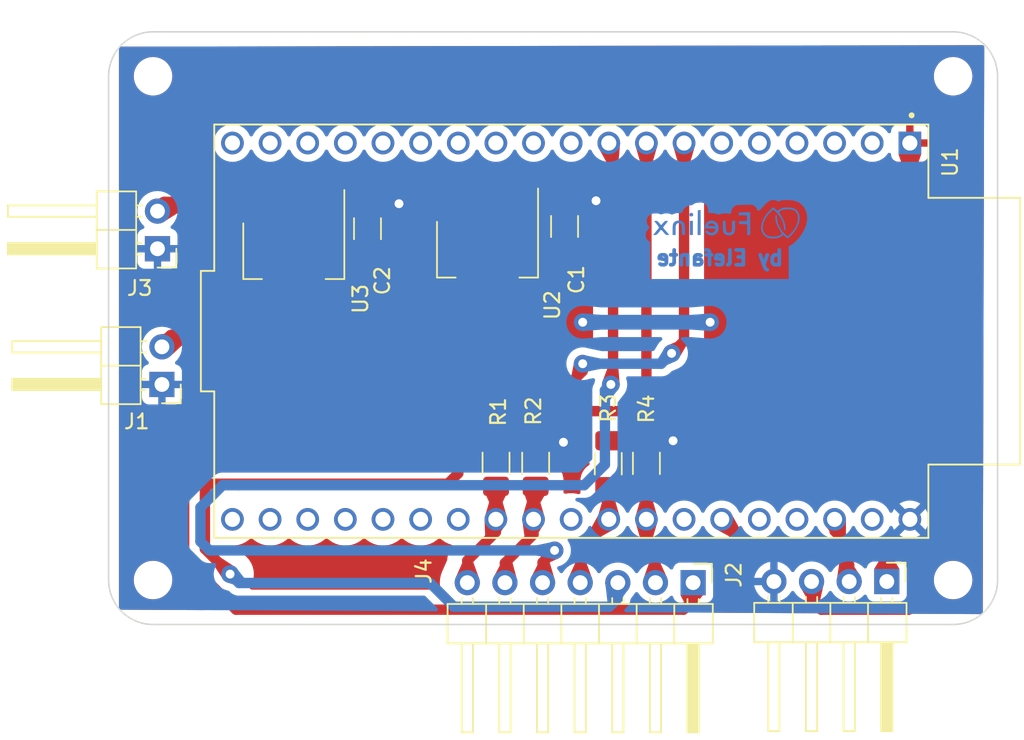
<source format=kicad_pcb>
(kicad_pcb (version 20221018) (generator pcbnew)
  (title_block (title "Keypad Reader") (date "2023-11-08") (rev "v0") (company "Elefante"))
  (layers (0 "F.Cu" signal) (31 "B.Cu" signal) (34 "B.Paste" user) (35 "F.Paste" user) (36 "B.SilkS" user "B.Silkscreen") (37 "F.SilkS" user "F.Silkscreen") (38 "B.Mask" user) (39 "F.Mask" user) (44 "Edge.Cuts" user))
  (net 0 "")
  (net 1 "+3V3")
  (net 2 "GND")
  (net 3 "Net-(J1-Pin_2)")
  (net 4 "SDA")
  (net 5 "SCL")
  (net 6 "+5V")
  (net 7 "K1")
  (net 8 "K2")
  (net 9 "K4")
  (net 10 "K6")
  (net 11 "K3")
  (net 12 "K5")
  (net 13 "K7")
  (footprint "Connector_PinHeader_2.54mm:PinHeader_1x02_P2.54mm_Horizontal" (layer "F.Cu") (at 84.5 59 180)
    (fp_text reference "J1" (at 1.7 -2.5) (layer "F.SilkS"))
    (fp_text value "Conn_01x02_Pin")
    (pad "1" thru_hole rect (at 0 0 180) (size 1.7 1.7) (drill 1) (layers "*.Cu" "*.Mask") (net 2 "GND"))
    (pad "2" thru_hole oval (at 0 2.54 180) (size 1.7 1.7) (drill 1) (layers "*.Cu" "*.Mask") (net 3 "Net-(J1-Pin_2)"))
  )
  (footprint "Resistor_SMD:R_1206_3216Metric_Pad1.30x1.75mm_HandSolder" (layer "F.Cu") (at 117.2 64.325 90)
    (fp_text reference "R4" (at 3.675 0 90) (layer "F.SilkS"))
    (fp_text value "10K")
    (pad "1" smd roundrect (at -1.55 0 90) (size 1.3 1.75) (layers "F.Cu" "F.Paste" "F.Mask") (roundrect_rratio 0.1923076923) (net 10 "K6"))
    (pad "2" smd roundrect (at 1.55 0 90) (size 1.3 1.75) (layers "F.Cu" "F.Paste" "F.Mask") (roundrect_rratio 0.1923076923) (net 2 "GND"))
  )
  (footprint "MountingHole:MountingHole_2.1mm" (layer "F.Cu") (at 83.9 72.2 -90)
    (fp_text reference "H2" hide)
    (fp_text value "MountingHole")
    (pad "" np_thru_hole circle (at 0 0 270) (size 2.1 2.1) (drill 2.1) (layers "*.Cu" "*.Mask"))
  )
  (footprint "MountingHole:MountingHole_2.1mm" (layer "F.Cu") (at 83.9 38.2 -90)
    (fp_text reference "H4" hide)
    (fp_text value "MountingHole")
    (pad "" np_thru_hole circle (at 0 0 270) (size 2.1 2.1) (drill 2.1) (layers "*.Cu" "*.Mask"))
  )
  (footprint "Capacitor_SMD:C_1206_3216Metric_Pad1.33x1.80mm_HandSolder" (layer "F.Cu") (at 98.375 48.4875 90)
    (fp_text reference "C2" (at -3.5125 1 90) (layer "F.SilkS"))
    (fp_text value "1uF")
    (pad "1" smd roundrect (at -1.5625 0 90) (size 1.325 1.8) (layers "F.Cu" "F.Paste" "F.Mask") (roundrect_rratio 0.1886792453) (net 3 "Net-(J1-Pin_2)"))
    (pad "2" smd roundrect (at 1.5625 0 90) (size 1.325 1.8) (layers "F.Cu" "F.Paste" "F.Mask") (roundrect_rratio 0.1886792453) (net 2 "GND"))
  )
  (footprint "logo:fuellinx" (layer "F.Cu") (at 127.9 58.4)
    (fp_text reference "G***" hide)
    (fp_text value "LOGO" hide)
    (fp_poly (pts (xy 1.907182 -0.721946) (xy 2.001741 -0.712829) (xy 2.009461 0.123654) (xy 2.017181 0.960137) (xy 1.914902 0.960137) (xy 1.812623 0.960137) (xy 1.812623 0.114537) (xy 1.812623 -0.731064)) (fill solid) (layer "F.Cu"))
    (fp_poly (pts (xy 2.54 0.480069) (xy 2.54 0.960137) (xy 2.438167 0.960137) (xy 2.336334 0.960137) (xy 2.336334 0.480069) (xy 2.336334 0) (xy 2.438167 0) (xy 2.54 0)) (fill solid) (layer "F.Cu"))
    (fp_poly (pts (xy 2.538242 -0.500214) (xy 2.565493 -0.4269) (xy 2.551434 -0.336973) (xy 2.511165 -0.302078) (xy 2.443526 -0.292078) (xy 2.373898 -0.307296) (xy 2.336648 -0.334215) (xy 2.314179 -0.399973) (xy 2.329168 -0.473851) (xy 2.374063 -0.528782) (xy 2.393493 -0.537931) (xy 2.477748 -0.541246)) (fill solid) (layer "F.Cu"))
    (fp_poly (pts (xy -1.147801 -0.575472) (xy -0.762291 -0.567354) (xy -0.753254 -0.47387) (xy -0.744217 -0.380386) (xy -1.029658 -0.372037) (xy -1.315098 -0.363688) (xy -1.315098 -0.17457) (xy -1.315098 0.014548) (xy -1.044208 0.022936) (xy -0.773318 0.031325) (xy -0.782352 0.124769) (xy -0.791386 0.218213) (xy -1.060516 0.226579) (xy -1.329645 0.234944) (xy -1.329645 0.597541) (xy -1.329645 0.960137) (xy -1.431478 0.960137) (xy -1.533311 0.960137) (xy -1.533311 0.188274) (xy -1.533311 -0.58359)) (fill solid) (layer "F.Cu"))
    (fp_poly (pts (xy 0.223725 0.005733) (xy 0.314226 0.014548) (xy 0.314226 0.349141) (xy 0.309497 0.547735) (xy 0.295448 0.693107) (xy 0.273692 0.779827) (xy 0.203365 0.876915) (xy 0.095057 0.945525) (xy -0.036346 0.981495) (xy -0.175959 0.98066) (xy -0.303863 0.941381) (xy -0.385247 0.891609) (xy -0.443421 0.828602) (xy -0.481898 0.742567) (xy -0.504192 0.62371) (xy -0.513817 0.462239) (xy -0.514983 0.35298) (xy -0.514983 0) (xy -0.41315 0) (xy -0.311318 0) (xy -0.311318 0.33067) (xy -0.310124 0.478462) (xy -0.305306 0.58062) (xy -0.295009 0.649673) (xy -0.277378 0.698151) (xy -0.251016 0.738001) (xy -0.172018 0.798407) (xy -0.076944 0.815642) (xy 0.013808 0.788436) (xy 0.052007 0.756874) (xy 0.075704 0.720019) (xy 0.092797 0.663289) (xy 0.105029 0.576013) (xy 0.114142 0.447518) (xy 0.118764 0.348002) (xy 0.133223 -0.003082)) (fill solid) (layer "F.Cu"))
    (fp_poly (pts (xy 3.354592 -0.019611) (xy 3.500697 0.029381) (xy 3.578366 0.076511) (xy 3.633759 0.132855) (xy 3.670432 0.208571) (xy 3.691942 0.313821) (xy 3.701845 0.458766) (xy 3.703803 0.609552) (xy 3.703803 0.960137) (xy 3.60197 0.960137) (xy 3.500137 0.960137) (xy 3.500137 0.624222) (xy 3.499467 0.479006) (xy 3.495975 0.379743) (xy 3.487435 0.314201) (xy 3.471622 0.270145) (xy 3.446313 0.235342) (xy 3.425471 0.213639) (xy 3.360507 0.162643) (xy 3.294797 0.152016) (xy 3.258564 0.157421) (xy 3.191521 0.174816) (xy 3.144753 0.202087) (xy 3.114416 0.248944) (xy 3.096668 0.325095) (xy 3.087666 0.440249) (xy 3.083641 0.599379) (xy 3.078258 0.94559) (xy 2.983499 0.954722) (xy 2.904824 0.949763) (xy 2.871183 0.9181) (xy 2.86492 0.871324) (xy 2.861728 0.780667) (xy 2.861877 0.66037) (xy 2.86438 0.558134) (xy 2.874153 0.386135) (xy 2.892938 0.260352) (xy 2.92537 0.168975) (xy 2.976086 0.100195) (xy 3.049722 0.042201) (xy 3.072566 0.027815) (xy 3.205796 -0.020816)) (fill solid) (layer "F.Cu"))
    (fp_poly (pts (xy 1.256611 0.016176) (xy 1.317314 0.043285) (xy 1.393881 0.108603) (xy 1.461313 0.210168) (xy 1.507694 0.3261) (xy 1.521672 0.418566) (xy 1.521672 0.523711) (xy 1.17738 0.523711) (xy 1.0415 0.525113) (xy 0.927803 0.528925) (xy 0.848396 0.534563) (xy 0.815549 0.541251) (xy 0.811691 0.578344) (xy 0.825641 0.631464) (xy 0.891491 0.734171) (xy 0.986658 0.796471) (xy 1.096637 0.815411) (xy 1.206921 0.788034) (xy 1.290116 0.726088) (xy 1.346467 0.671439) (xy 1.386805 0.655233) (xy 1.431542 0.670533) (xy 1.439991 0.675171) (xy 1.493385 0.704944) (xy 1.51696 0.717816) (xy 1.508012 0.741642) (xy 1.473519 0.794545) (xy 1.46159 0.810998) (xy 1.361251 0.901839) (xy 1.227653 0.961634) (xy 1.079283 0.985958) (xy 0.934622 0.97039) (xy 0.878542 0.950501) (xy 0.745464 0.86108) (xy 0.651258 0.73533) (xy 0.599846 0.583443) (xy 0.595146 0.415612) (xy 0.612649 0.33755) (xy 0.831048 0.33755) (xy 0.83202 0.339713) (xy 0.865816 0.350652) (xy 0.938849 0.355623) (xy 1.0347 0.355366) (xy 1.136947 0.350619) (xy 1.229172 0.342123) (xy 1.294953 0.330616) (xy 1.318006 0.31783) (xy 1.299299 0.279422) (xy 1.259816 0.232761) (xy 1.174646 0.184516) (xy 1.067263 0.171983) (xy 0.960794 0.194398) (xy 0.883604 0.245154) (xy 0.842523 0.299485) (xy 0.831048 0.33755) (xy 0.612649 0.33755) (xy 0.623755 0.288019) (xy 0.697103 0.15233) (xy 0.807657 0.053563) (xy 0.944823 -0.004544) (xy 1.098006 -0.018252)) (fill solid) (layer "F.Cu"))
    (fp_poly (pts (xy 4.186473 0.007252) (xy 4.241591 0.035903) (xy 4.305352 0.096296) (xy 4.349554 0.146414) (xy 4.474822 0.292827) (xy 4.605988 0.144238) (xy 4.679773 0.064456) (xy 4.733405 0.020929) (xy 4.782849 0.004291) (xy 4.843197 0.005098) (xy 4.949239 0.014548) (xy 4.776354 0.228405) (xy 4.687865 0.344715) (xy 4.637428 0.427129) (xy 4.626855 0.472615) (xy 4.628544 0.475713) (xy 4.656751 0.511725) (xy 4.712253 0.581418) (xy 4.785793 0.673195) (xy 4.835219 0.734651) (xy 5.016819 0.960137) (xy 4.902142 0.960137) (xy 4.835256 0.955102) (xy 4.781808 0.933086) (xy 4.724965 0.883719) (xy 4.660239 0.811143) (xy 4.594246 0.731874) (xy 4.544902 0.668892) (xy 4.523314 0.636573) (xy 4.497224 0.612754) (xy 4.450724 0.632473) (xy 4.380473 0.698013) (xy 4.303178 0.787092) (xy 4.227491 0.875743) (xy 4.172453 0.927639) (xy 4.123631 0.952454) (xy 4.066597 0.959863) (xy 4.045034 0.960137) (xy 3.973256 0.957698) (xy 3.949222 0.945759) (xy 3.962543 0.917389) (xy 3.968707 0.909221) (xy 4.005304 0.864522) (xy 4.068657 0.789708) (xy 4.147173 0.698428) (xy 4.175936 0.665293) (xy 4.251175 0.576489) (xy 4.308991 0.503792) (xy 4.340573 0.458479) (xy 4.343894 0.450318) (xy 4.326619 0.419307) (xy 4.280501 0.355356) (xy 4.214098 0.270102) (xy 4.183871 0.232761) (xy 4.111842 0.142718) (xy 4.056635 0.069895) (xy 4.026781 0.025707) (xy 4.023848 0.018582) (xy 4.049425 0.006216) (xy 4.112181 0.000131) (xy 4.124067 0)) (fill solid) (layer "F.Cu"))
    (fp_poly (pts (xy -3.044758 -0.880835) (xy -2.977074 -0.823941) (xy -2.891222 -0.740926) (xy -2.796291 -0.641453) (xy -2.701369 -0.535185) (xy -2.615545 -0.431783) (xy -2.547905 -0.340911) (xy -2.526773 -0.308257) (xy -2.390737 -0.049295) (xy -2.304396 0.194717) (xy -2.26786 0.420974) (xy -2.281234 0.626674) (xy -2.344628 0.809011) (xy -2.458148 0.965182) (xy -2.477143 0.98394) (xy -2.60419 1.084816) (xy -2.741602 1.149757) (xy -2.902944 1.182888) (xy -3.101777 1.188337) (xy -3.143314 1.186662) (xy -3.327747 1.170293) (xy -3.471445 1.138179) (xy -3.590897 1.085145) (xy -3.692436 1.014332) (xy -3.771264 0.950544) (xy -3.902725 1.071721) (xy -3.975364 1.135529) (xy -4.031813 1.179376) (xy -4.056658 1.192759) (xy -4.089568 1.174522) (xy -4.147668 1.128373) (xy -4.181583 1.0982) (xy -4.397416 0.87608) (xy -4.57609 0.644271) (xy -4.715324 0.408603) (xy -4.812838 0.174909) (xy -4.866353 -0.050982) (xy -4.870585 -0.175127) (xy -4.762792 -0.175127) (xy -4.742011 0.026195) (xy -4.679949 0.237568) (xy -4.577938 0.452792) (xy -4.437307 0.665669) (xy -4.259386 0.869998) (xy -4.230287 0.898825) (xy -4.068892 1.055726) (xy -3.951871 0.963043) (xy -3.776453 0.79706) (xy -3.621366 0.598057) (xy -3.493466 0.378933) (xy -3.39961 0.152585) (xy -3.346656 -0.068088) (xy -3.337368 -0.192829) (xy -3.328296 -0.301961) (xy -3.303129 -0.368652) (xy -3.295623 -0.376526) (xy -3.268594 -0.388841) (xy -3.250786 -0.363332) (xy -3.235951 -0.290285) (xy -3.23465 -0.281726) (xy -3.23293 -0.10361) (xy -3.274127 0.099948) (xy -3.354832 0.319176) (xy -3.471638 0.544302) (xy -3.580913 0.711181) (xy -3.640836 0.803437) (xy -3.658847 0.867013) (xy -3.63215 0.916311) (xy -3.557951 0.965733) (xy -3.528443 0.981471) (xy -3.421092 1.028835) (xy -3.310404 1.056362) (xy -3.177526 1.067251) (xy -3.031707 1.065769) (xy -2.853531 1.050056) (xy -2.723983 1.017599) (xy -2.697114 1.005599) (xy -2.553493 0.902858) (xy -2.453249 0.767613) (xy -2.395841 0.605536) (xy -2.380731 0.4223) (xy -2.407381 0.22358) (xy -2.47525 0.015049) (xy -2.5838 -0.19762) (xy -2.732492 -0.408753) (xy -2.843494 -0.535229) (xy -2.93381 -0.626862) (xy -3.012116 -0.699986) (xy -3.068429 -0.74564) (xy -3.089897 -0.756472) (xy -3.12401 -0.736491) (xy -3.187257 -0.682577) (xy -3.26954 -0.603773) (xy -3.332707 -0.539013) (xy -3.510658 -0.324511) (xy -3.650545 -0.098896) (xy -3.747737 0.128231) (xy -3.797601 0.347269) (xy -3.803337 0.436426) (xy -3.813077 0.529539) (xy -3.835974 0.605081) (xy -3.845843 0.621846) (xy -3.876496 0.656214) (xy -3.893558 0.643889) (xy -3.906842 0.597713) (xy -3.918319 0.458171) (xy -3.89517 0.286914) (xy -3.841138 0.095976) (xy -3.759962 -0.102604) (xy -3.655383 -0.296793) (xy -3.604315 -0.375706) (xy -3.535535 -0.483003) (xy -3.501686 -0.554925) (xy -3.499166 -0.599705) (xy -3.502926 -0.607492) (xy -3.578473 -0.678031) (xy -3.696687 -0.731127) (xy -3.844535 -0.766176) (xy -4.008984 -0.782571) (xy -4.177 -0.779708) (xy -4.335549 -0.75698) (xy -4.471598 -0.713782) (xy -4.56415 -0.656798) (xy -4.675192 -0.522823) (xy -4.740963 -0.360199) (xy -4.762792 -0.175127) (xy -4.870585 -0.175127) (xy -4.873589 -0.263238) (xy -4.832265 -0.456028) (xy -4.810073 -0.509164) (xy -4.721191 -0.659222) (xy -4.61094 -0.76939) (xy -4.471485 -0.843731) (xy -4.294994 -0.886311) (xy -4.073633 -0.901194) (xy -4.05426 -0.901308) (xy -3.913133 -0.899709) (xy -3.812187 -0.892129) (xy -3.733484 -0.87551) (xy -3.65909 -0.846795) (xy -3.617834 -0.826912) (xy -3.525901 -0.777476) (xy -3.449961 -0.73079) (xy -3.419055 -0.707685) (xy -3.387565 -0.686754) (xy -3.354303 -0.691257) (xy -3.305565 -0.72713) (xy -3.245897 -0.782721) (xy -3.173235 -0.846958) (xy -3.113149 -0.890243) (xy -3.085187 -0.901947)) (fill solid) (layer "F.Cu"))
  )
  (footprint "Connector_PinHeader_2.54mm:PinHeader_1x04_P2.54mm_Horizontal" (layer "F.Cu") (at 133.425 72.3 -90)
    (fp_text reference "J2" (at -0.45 10.325 90) (layer "F.SilkS"))
    (fp_text value "Conn_01x04_Pin")
    (pad "1" thru_hole rect (at 0 0 270) (size 1.7 1.7) (drill 1) (layers "*.Cu" "*.Mask") (net 5 "SCL"))
    (pad "2" thru_hole oval (at 0 2.54 270) (size 1.7 1.7) (drill 1) (layers "*.Cu" "*.Mask") (net 4 "SDA"))
    (pad "3" thru_hole oval (at 0 5.08 270) (size 1.7 1.7) (drill 1) (layers "*.Cu" "*.Mask") (net 1 "+3V3"))
    (pad "4" thru_hole oval (at 0 7.62 270) (size 1.7 1.7) (drill 1) (layers "*.Cu" "*.Mask") (net 2 "GND"))
  )
  (footprint "Connector_PinHeader_2.54mm:PinHeader_1x02_P2.54mm_Horizontal" (layer "F.Cu") (at 84.2 49.84 180)
    (fp_text reference "J3" (at 1.2 -2.66) (layer "F.SilkS"))
    (fp_text value "Conn_01x02_Pin")
    (pad "1" thru_hole rect (at 0 0 180) (size 1.7 1.7) (drill 1) (layers "*.Cu" "*.Mask") (net 2 "GND"))
    (pad "2" thru_hole oval (at 0 2.54 180) (size 1.7 1.7) (drill 1) (layers "*.Cu" "*.Mask") (net 6 "+5V"))
  )
  (footprint "esp32devkit:MODULE_ESP32-DEVKITC" (layer "F.Cu") (at 112.13 55.405 -90)
    (fp_text reference "U1" (at -11.405 -25.57 90) (layer "F.SilkS"))
    (fp_text value "ESP32-DEVKITC")
    (pad "1" thru_hole rect (at -12.7 -22.85 270) (size 1.53 1.53) (drill 1.02) (layers "*.Cu" "*.Mask") (net 1 "+3V3"))
    (pad "2" thru_hole circle (at -12.7 -20.31 270) (size 1.53 1.53) (drill 1.02) (layers "*.Cu" "*.Mask"))
    (pad "3" thru_hole circle (at -12.7 -17.77 270) (size 1.53 1.53) (drill 1.02) (layers "*.Cu" "*.Mask"))
    (pad "4" thru_hole circle (at -12.7 -15.23 270) (size 1.53 1.53) (drill 1.02) (layers "*.Cu" "*.Mask"))
    (pad "5" thru_hole circle (at -12.7 -12.69 270) (size 1.53 1.53) (drill 1.02) (layers "*.Cu" "*.Mask"))
    (pad "6" thru_hole circle (at -12.7 -10.15 270) (size 1.53 1.53) (drill 1.02) (layers "*.Cu" "*.Mask"))
    (pad "7" thru_hole circle (at -12.7 -7.61 270) (size 1.53 1.53) (drill 1.02) (layers "*.Cu" "*.Mask") (net 13 "K7"))
    (pad "8" thru_hole circle (at -12.7 -5.07 270) (size 1.53 1.53) (drill 1.02) (layers "*.Cu" "*.Mask") (net 12 "K5"))
    (pad "9" thru_hole circle (at -12.7 -2.53 270) (size 1.53 1.53) (drill 1.02) (layers "*.Cu" "*.Mask") (net 11 "K3"))
    (pad "10" thru_hole circle (at -12.7 0.01 270) (size 1.53 1.53) (drill 1.02) (layers "*.Cu" "*.Mask"))
    (pad "11" thru_hole circle (at -12.7 2.55 270) (size 1.53 1.53) (drill 1.02) (layers "*.Cu" "*.Mask"))
    (pad "12" thru_hole circle (at -12.7 5.09 270) (size 1.53 1.53) (drill 1.02) (layers "*.Cu" "*.Mask"))
    (pad "13" thru_hole circle (at -12.7 7.63 270) (size 1.53 1.53) (drill 1.02) (layers "*.Cu" "*.Mask"))
    (pad "14" thru_hole circle (at -12.7 10.17 270) (size 1.53 1.53) (drill 1.02) (layers "*.Cu" "*.Mask"))
    (pad "15" thru_hole circle (at -12.7 12.71 270) (size 1.53 1.53) (drill 1.02) (layers "*.Cu" "*.Mask"))
    (pad "16" thru_hole circle (at -12.7 15.25 270) (size 1.53 1.53) (drill 1.02) (layers "*.Cu" "*.Mask"))
    (pad "17" thru_hole circle (at -12.7 17.79 270) (size 1.53 1.53) (drill 1.02) (layers "*.Cu" "*.Mask"))
    (pad "18" thru_hole circle (at -12.7 20.33 270) (size 1.53 1.53) (drill 1.02) (layers "*.Cu" "*.Mask"))
    (pad "19" thru_hole circle (at -12.7 22.87 270) (size 1.53 1.53) (drill 1.02) (layers "*.Cu" "*.Mask"))
    (pad "20" thru_hole circle (at 12.7 22.87 270) (size 1.53 1.53) (drill 1.02) (layers "*.Cu" "*.Mask"))
    (pad "21" thru_hole circle (at 12.7 20.33 270) (size 1.53 1.53) (drill 1.02) (layers "*.Cu" "*.Mask"))
    (pad "22" thru_hole circle (at 12.7 17.79 270) (size 1.53 1.53) (drill 1.02) (layers "*.Cu" "*.Mask"))
    (pad "23" thru_hole circle (at 12.7 15.25 270) (size 1.53 1.53) (drill 1.02) (layers "*.Cu" "*.Mask"))
    (pad "24" thru_hole circle (at 12.7 12.71 270) (size 1.53 1.53) (drill 1.02) (layers "*.Cu" "*.Mask"))
    (pad "25" thru_hole circle (at 12.7 10.17 270) (size 1.53 1.53) (drill 1.02) (layers "*.Cu" "*.Mask"))
    (pad "26" thru_hole circle (at 12.7 7.63 270) (size 1.53 1.53) (drill 1.02) (layers "*.Cu" "*.Mask"))
    (pad "27" thru_hole circle (at 12.7 5.09 270) (size 1.53 1.53) (drill 1.02) (layers "*.Cu" "*.Mask") (net 7 "K1"))
    (pad "28" thru_hole circle (at 12.7 2.55 270) (size 1.53 1.53) (drill 1.02) (layers "*.Cu" "*.Mask") (net 8 "K2"))
    (pad "29" thru_hole circle (at 12.7 0.01 270) (size 1.53 1.53) (drill 1.02) (layers "*.Cu" "*.Mask"))
    (pad "30" thru_hole circle (at 12.7 -2.53 270) (size 1.53 1.53) (drill 1.02) (layers "*.Cu" "*.Mask") (net 9 "K4"))
    (pad "31" thru_hole circle (at 12.7 -5.07 270) (size 1.53 1.53) (drill 1.02) (layers "*.Cu" "*.Mask") (net 10 "K6"))
    (pad "32" thru_hole circle (at 12.7 -7.61 270) (size 1.53 1.53) (drill 1.02) (layers "*.Cu" "*.Mask"))
    (pad "33" thru_hole circle (at 12.7 -10.15 270) (size 1.53 1.53) (drill 1.02) (layers "*.Cu" "*.Mask") (net 4 "SDA"))
    (pad "34" thru_hole circle (at 12.7 -12.69 270) (size 1.53 1.53) (drill 1.02) (layers "*.Cu" "*.Mask"))
    (pad "35" thru_hole circle (at 12.7 -15.23 270) (size 1.53 1.53) (drill 1.02) (layers "*.Cu" "*.Mask"))
    (pad "36" thru_hole circle (at 12.7 -17.77 270) (size 1.53 1.53) (drill 1.02) (layers "*.Cu" "*.Mask") (net 5 "SCL"))
    (pad "37" thru_hole circle (at 12.7 -20.31 270) (size 1.53 1.53) (drill 1.02) (layers "*.Cu" "*.Mask"))
    (pad "38" thru_hole circle (at 12.7 -22.85 270) (size 1.53 1.53) (drill 1.02) (layers "*.Cu" "*.Mask") (net 2 "GND"))
  )
  (footprint "Resistor_SMD:R_1206_3216Metric_Pad1.30x1.75mm_HandSolder" (layer "F.Cu") (at 107.05 64.325 90)
    (fp_text reference "R1" (at 3.475 0.15 90) (layer "F.SilkS"))
    (fp_text value "10K")
    (pad "1" smd roundrect (at -1.55 0 90) (size 1.3 1.75) (layers "F.Cu" "F.Paste" "F.Mask") (roundrect_rratio 0.1923076923) (net 7 "K1"))
    (pad "2" smd roundrect (at 1.55 0 90) (size 1.3 1.75) (layers "F.Cu" "F.Paste" "F.Mask") (roundrect_rratio 0.1923076923) (net 2 "GND"))
  )
  (footprint "Package_TO_SOT_SMD:SOT-223-3_TabPin2" (layer "F.Cu") (at 93.4 49.975 -90)
    (fp_text reference "U3" (at 3.25 -4.5 90) (layer "F.SilkS"))
    (fp_text value "AMS1117-3.3")
    (pad "1" smd rect (at -3.15 -2.3 270) (size 2 1.5) (layers "F.Cu" "F.Paste" "F.Mask") (net 2 "GND"))
    (pad "2" smd rect (at -3.15 0 270) (size 2 1.5) (layers "F.Cu" "F.Paste" "F.Mask") (net 3 "Net-(J1-Pin_2)"))
    (pad "2" smd rect (at 3.15 0 270) (size 2 3.8) (layers "F.Cu" "F.Paste" "F.Mask") (net 3 "Net-(J1-Pin_2)"))
    (pad "3" smd rect (at -3.15 2.3 270) (size 2 1.5) (layers "F.Cu" "F.Paste" "F.Mask") (net 6 "+5V"))
  )
  (footprint "Package_TO_SOT_SMD:SOT-223-3_TabPin2" (layer "F.Cu") (at 106.475 49.875 -90)
    (fp_text reference "U2" (at 3.775 -4.375 90) (layer "F.SilkS"))
    (fp_text value "AMS1117-3.3")
    (pad "1" smd rect (at -3.15 -2.3 270) (size 2 1.5) (layers "F.Cu" "F.Paste" "F.Mask") (net 2 "GND"))
    (pad "2" smd rect (at -3.15 0 270) (size 2 1.5) (layers "F.Cu" "F.Paste" "F.Mask") (net 1 "+3V3"))
    (pad "2" smd rect (at 3.15 0 270) (size 2 3.8) (layers "F.Cu" "F.Paste" "F.Mask") (net 1 "+3V3"))
    (pad "3" smd rect (at -3.15 2.3 270) (size 2 1.5) (layers "F.Cu" "F.Paste" "F.Mask") (net 6 "+5V"))
  )
  (footprint "Resistor_SMD:R_1206_3216Metric_Pad1.30x1.75mm_HandSolder" (layer "F.Cu") (at 114.625 64.35 90)
    (fp_text reference "R3" (at 3.75 0 90) (layer "F.SilkS"))
    (fp_text value "10K")
    (pad "1" smd roundrect (at -1.55 0 90) (size 1.3 1.75) (layers "F.Cu" "F.Paste" "F.Mask") (roundrect_rratio 0.1923076923) (net 9 "K4"))
    (pad "2" smd roundrect (at 1.55 0 90) (size 1.3 1.75) (layers "F.Cu" "F.Paste" "F.Mask") (roundrect_rratio 0.1923076923) (net 2 "GND"))
  )
  (footprint "Connector_PinHeader_2.54mm:PinHeader_1x07_P2.54mm_Horizontal" (layer "F.Cu") (at 120.35 72.375 -90)
    (fp_text reference "J4" (at -0.775 18.175 90) (layer "F.SilkS"))
    (fp_text value "Conn_01x07_Pin")
    (pad "1" thru_hole rect (at 0 0 270) (size 1.7 1.7) (drill 1) (layers "*.Cu" "*.Mask") (net 13 "K7"))
    (pad "2" thru_hole oval (at 0 2.54 270) (size 1.7 1.7) (drill 1) (layers "*.Cu" "*.Mask") (net 10 "K6"))
    (pad "3" thru_hole oval (at 0 5.08 270) (size 1.7 1.7) (drill 1) (layers "*.Cu" "*.Mask") (net 12 "K5"))
    (pad "4" thru_hole oval (at 0 7.62 270) (size 1.7 1.7) (drill 1) (layers "*.Cu" "*.Mask") (net 9 "K4"))
    (pad "5" thru_hole oval (at 0 10.16 270) (size 1.7 1.7) (drill 1) (layers "*.Cu" "*.Mask") (net 11 "K3"))
    (pad "6" thru_hole oval (at 0 12.7 270) (size 1.7 1.7) (drill 1) (layers "*.Cu" "*.Mask") (net 8 "K2"))
    (pad "7" thru_hole oval (at 0 15.24 270) (size 1.7 1.7) (drill 1) (layers "*.Cu" "*.Mask") (net 7 "K1"))
  )
  (footprint "Resistor_SMD:R_1206_3216Metric_Pad1.30x1.75mm_HandSolder" (layer "F.Cu") (at 109.725 64.325 90)
    (fp_text reference "R2" (at 3.525 -0.15 90) (layer "F.SilkS"))
    (fp_text value "10K")
    (pad "1" smd roundrect (at -1.55 0 90) (size 1.3 1.75) (layers "F.Cu" "F.Paste" "F.Mask") (roundrect_rratio 0.1923076923) (net 8 "K2"))
    (pad "2" smd roundrect (at 1.55 0 90) (size 1.3 1.75) (layers "F.Cu" "F.Paste" "F.Mask") (roundrect_rratio 0.1923076923) (net 2 "GND"))
  )
  (footprint "MountingHole:MountingHole_2.1mm" (layer "F.Cu") (at 137.9 72.2 -90)
    (fp_text reference "H1" hide)
    (fp_text value "MountingHole")
    (pad "" np_thru_hole circle (at 0 0 270) (size 2.1 2.1) (drill 2.1) (layers "*.Cu" "*.Mask"))
  )
  (footprint "Capacitor_SMD:C_1206_3216Metric_Pad1.33x1.80mm_HandSolder" (layer "F.Cu") (at 111.675 48.3375 90)
    (fp_text reference "C1" (at -3.5875 0.8 90) (layer "F.SilkS"))
    (fp_text value "1uF")
    (pad "1" smd roundrect (at -1.5625 0 90) (size 1.325 1.8) (layers "F.Cu" "F.Paste" "F.Mask") (roundrect_rratio 0.1886792453) (net 1 "+3V3"))
    (pad "2" smd roundrect (at 1.5625 0 90) (size 1.325 1.8) (layers "F.Cu" "F.Paste" "F.Mask") (roundrect_rratio 0.1886792453) (net 2 "GND"))
  )
  (footprint "MountingHole:MountingHole_2.1mm" (layer "F.Cu") (at 137.9 38.2 -90)
    (fp_text reference "H3" hide)
    (fp_text value "MountingHole")
    (pad "" np_thru_hole circle (at 0 0 270) (size 2.1 2.1) (drill 2.1) (layers "*.Cu" "*.Mask"))
  )
  (footprint "logo:fuellinx" (layer "B.Cu") (at 122.671615 47.954594 180)
    (fp_text reference "G***" hide)
    (fp_text value "LOGO" hide)
    (fp_poly (pts (xy 1.907182 0.721946) (xy 2.001741 0.712829) (xy 2.009461 -0.123654) (xy 2.017181 -0.960137) (xy 1.914902 -0.960137) (xy 1.812623 -0.960137) (xy 1.812623 -0.114537) (xy 1.812623 0.731064)) (fill solid) (layer "B.Cu"))
    (fp_poly (pts (xy 2.54 -0.480069) (xy 2.54 -0.960137) (xy 2.438167 -0.960137) (xy 2.336334 -0.960137) (xy 2.336334 -0.480069) (xy 2.336334 0) (xy 2.438167 0) (xy 2.54 0)) (fill solid) (layer "B.Cu"))
    (fp_poly (pts (xy 2.538242 0.500214) (xy 2.565493 0.4269) (xy 2.551434 0.336973) (xy 2.511165 0.302078) (xy 2.443526 0.292078) (xy 2.373898 0.307296) (xy 2.336648 0.334215) (xy 2.314179 0.399973) (xy 2.329168 0.473851) (xy 2.374063 0.528782) (xy 2.393493 0.537931) (xy 2.477748 0.541246)) (fill solid) (layer "B.Cu"))
    (fp_poly (pts (xy -1.147801 0.575472) (xy -0.762291 0.567354) (xy -0.753254 0.47387) (xy -0.744217 0.380386) (xy -1.029658 0.372037) (xy -1.315098 0.363688) (xy -1.315098 0.17457) (xy -1.315098 -0.014548) (xy -1.044208 -0.022936) (xy -0.773318 -0.031325) (xy -0.782352 -0.124769) (xy -0.791386 -0.218213) (xy -1.060516 -0.226579) (xy -1.329645 -0.234944) (xy -1.329645 -0.597541) (xy -1.329645 -0.960137) (xy -1.431478 -0.960137) (xy -1.533311 -0.960137) (xy -1.533311 -0.188274) (xy -1.533311 0.58359)) (fill solid) (layer "B.Cu"))
    (fp_poly (pts (xy 0.223725 -0.005733) (xy 0.314226 -0.014548) (xy 0.314226 -0.349141) (xy 0.309497 -0.547735) (xy 0.295448 -0.693107) (xy 0.273692 -0.779827) (xy 0.203365 -0.876915) (xy 0.095057 -0.945525) (xy -0.036346 -0.981495) (xy -0.175959 -0.98066) (xy -0.303863 -0.941381) (xy -0.385247 -0.891609) (xy -0.443421 -0.828602) (xy -0.481898 -0.742567) (xy -0.504192 -0.62371) (xy -0.513817 -0.462239) (xy -0.514983 -0.35298) (xy -0.514983 0) (xy -0.41315 0) (xy -0.311318 0) (xy -0.311318 -0.33067) (xy -0.310124 -0.478462) (xy -0.305306 -0.58062) (xy -0.295009 -0.649673) (xy -0.277378 -0.698151) (xy -0.251016 -0.738001) (xy -0.172018 -0.798407) (xy -0.076944 -0.815642) (xy 0.013808 -0.788436) (xy 0.052007 -0.756874) (xy 0.075704 -0.720019) (xy 0.092797 -0.663289) (xy 0.105029 -0.576013) (xy 0.114142 -0.447518) (xy 0.118764 -0.348002) (xy 0.133223 0.003082)) (fill solid) (layer "B.Cu"))
    (fp_poly (pts (xy 3.354592 0.019611) (xy 3.500697 -0.029381) (xy 3.578366 -0.076511) (xy 3.633759 -0.132855) (xy 3.670432 -0.208571) (xy 3.691942 -0.313821) (xy 3.701845 -0.458766) (xy 3.703803 -0.609552) (xy 3.703803 -0.960137) (xy 3.60197 -0.960137) (xy 3.500137 -0.960137) (xy 3.500137 -0.624222) (xy 3.499467 -0.479006) (xy 3.495975 -0.379743) (xy 3.487435 -0.314201) (xy 3.471622 -0.270145) (xy 3.446313 -0.235342) (xy 3.425471 -0.213639) (xy 3.360507 -0.162643) (xy 3.294797 -0.152016) (xy 3.258564 -0.157421) (xy 3.191521 -0.174816) (xy 3.144753 -0.202087) (xy 3.114416 -0.248944) (xy 3.096668 -0.325095) (xy 3.087666 -0.440249) (xy 3.083641 -0.599379) (xy 3.078258 -0.94559) (xy 2.983499 -0.954722) (xy 2.904824 -0.949763) (xy 2.871183 -0.9181) (xy 2.86492 -0.871324) (xy 2.861728 -0.780667) (xy 2.861877 -0.66037) (xy 2.86438 -0.558134) (xy 2.874153 -0.386135) (xy 2.892938 -0.260352) (xy 2.92537 -0.168975) (xy 2.976086 -0.100195) (xy 3.049722 -0.042201) (xy 3.072566 -0.027815) (xy 3.205796 0.020816)) (fill solid) (layer "B.Cu"))
    (fp_poly (pts (xy 1.256611 -0.016176) (xy 1.317314 -0.043285) (xy 1.393881 -0.108603) (xy 1.461313 -0.210168) (xy 1.507694 -0.3261) (xy 1.521672 -0.418566) (xy 1.521672 -0.523711) (xy 1.17738 -0.523711) (xy 1.0415 -0.525113) (xy 0.927803 -0.528925) (xy 0.848396 -0.534563) (xy 0.815549 -0.541251) (xy 0.811691 -0.578344) (xy 0.825641 -0.631464) (xy 0.891491 -0.734171) (xy 0.986658 -0.796471) (xy 1.096637 -0.815411) (xy 1.206921 -0.788034) (xy 1.290116 -0.726088) (xy 1.346467 -0.671439) (xy 1.386805 -0.655233) (xy 1.431542 -0.670533) (xy 1.439991 -0.675171) (xy 1.493385 -0.704944) (xy 1.51696 -0.717816) (xy 1.508012 -0.741642) (xy 1.473519 -0.794545) (xy 1.46159 -0.810998) (xy 1.361251 -0.901839) (xy 1.227653 -0.961634) (xy 1.079283 -0.985958) (xy 0.934622 -0.97039) (xy 0.878542 -0.950501) (xy 0.745464 -0.86108) (xy 0.651258 -0.73533) (xy 0.599846 -0.583443) (xy 0.595146 -0.415612) (xy 0.612649 -0.33755) (xy 0.831048 -0.33755) (xy 0.83202 -0.339713) (xy 0.865816 -0.350652) (xy 0.938849 -0.355623) (xy 1.0347 -0.355366) (xy 1.136947 -0.350619) (xy 1.229172 -0.342123) (xy 1.294953 -0.330616) (xy 1.318006 -0.31783) (xy 1.299299 -0.279422) (xy 1.259816 -0.232761) (xy 1.174646 -0.184516) (xy 1.067263 -0.171983) (xy 0.960794 -0.194398) (xy 0.883604 -0.245154) (xy 0.842523 -0.299485) (xy 0.831048 -0.33755) (xy 0.612649 -0.33755) (xy 0.623755 -0.288019) (xy 0.697103 -0.15233) (xy 0.807657 -0.053563) (xy 0.944823 0.004544) (xy 1.098006 0.018252)) (fill solid) (layer "B.Cu"))
    (fp_poly (pts (xy 4.186473 -0.007252) (xy 4.241591 -0.035903) (xy 4.305352 -0.096296) (xy 4.349554 -0.146414) (xy 4.474822 -0.292827) (xy 4.605988 -0.144238) (xy 4.679773 -0.064456) (xy 4.733405 -0.020929) (xy 4.782849 -0.004291) (xy 4.843197 -0.005098) (xy 4.949239 -0.014548) (xy 4.776354 -0.228405) (xy 4.687865 -0.344715) (xy 4.637428 -0.427129) (xy 4.626855 -0.472615) (xy 4.628544 -0.475713) (xy 4.656751 -0.511725) (xy 4.712253 -0.581418) (xy 4.785793 -0.673195) (xy 4.835219 -0.734651) (xy 5.016819 -0.960137) (xy 4.902142 -0.960137) (xy 4.835256 -0.955102) (xy 4.781808 -0.933086) (xy 4.724965 -0.883719) (xy 4.660239 -0.811143) (xy 4.594246 -0.731874) (xy 4.544902 -0.668892) (xy 4.523314 -0.636573) (xy 4.497224 -0.612754) (xy 4.450724 -0.632473) (xy 4.380473 -0.698013) (xy 4.303178 -0.787092) (xy 4.227491 -0.875743) (xy 4.172453 -0.927639) (xy 4.123631 -0.952454) (xy 4.066597 -0.959863) (xy 4.045034 -0.960137) (xy 3.973256 -0.957698) (xy 3.949222 -0.945759) (xy 3.962543 -0.917389) (xy 3.968707 -0.909221) (xy 4.005304 -0.864522) (xy 4.068657 -0.789708) (xy 4.147173 -0.698428) (xy 4.175936 -0.665293) (xy 4.251175 -0.576489) (xy 4.308991 -0.503792) (xy 4.340573 -0.458479) (xy 4.343894 -0.450318) (xy 4.326619 -0.419307) (xy 4.280501 -0.355356) (xy 4.214098 -0.270102) (xy 4.183871 -0.232761) (xy 4.111842 -0.142718) (xy 4.056635 -0.069895) (xy 4.026781 -0.025707) (xy 4.023848 -0.018582) (xy 4.049425 -0.006216) (xy 4.112181 -0.000131) (xy 4.124067 0)) (fill solid) (layer "B.Cu"))
    (fp_poly (pts (xy -3.044758 0.880835) (xy -2.977074 0.823941) (xy -2.891222 0.740926) (xy -2.796291 0.641453) (xy -2.701369 0.535185) (xy -2.615545 0.431783) (xy -2.547905 0.340911) (xy -2.526773 0.308257) (xy -2.390737 0.049295) (xy -2.304396 -0.194717) (xy -2.26786 -0.420974) (xy -2.281234 -0.626674) (xy -2.344628 -0.809011) (xy -2.458148 -0.965182) (xy -2.477143 -0.98394) (xy -2.60419 -1.084816) (xy -2.741602 -1.149757) (xy -2.902944 -1.182888) (xy -3.101777 -1.188337) (xy -3.143314 -1.186662) (xy -3.327747 -1.170293) (xy -3.471445 -1.138179) (xy -3.590897 -1.085145) (xy -3.692436 -1.014332) (xy -3.771264 -0.950544) (xy -3.902725 -1.071721) (xy -3.975364 -1.135529) (xy -4.031813 -1.179376) (xy -4.056658 -1.192759) (xy -4.089568 -1.174522) (xy -4.147668 -1.128373) (xy -4.181583 -1.0982) (xy -4.397416 -0.87608) (xy -4.57609 -0.644271) (xy -4.715324 -0.408603) (xy -4.812838 -0.174909) (xy -4.866353 0.050982) (xy -4.870585 0.175127) (xy -4.762792 0.175127) (xy -4.742011 -0.026195) (xy -4.679949 -0.237568) (xy -4.577938 -0.452792) (xy -4.437307 -0.665669) (xy -4.259386 -0.869998) (xy -4.230287 -0.898825) (xy -4.068892 -1.055726) (xy -3.951871 -0.963043) (xy -3.776453 -0.79706) (xy -3.621366 -0.598057) (xy -3.493466 -0.378933) (xy -3.39961 -0.152585) (xy -3.346656 0.068088) (xy -3.337368 0.192829) (xy -3.328296 0.301961) (xy -3.303129 0.368652) (xy -3.295623 0.376526) (xy -3.268594 0.388841) (xy -3.250786 0.363332) (xy -3.235951 0.290285) (xy -3.23465 0.281726) (xy -3.23293 0.10361) (xy -3.274127 -0.099948) (xy -3.354832 -0.319176) (xy -3.471638 -0.544302) (xy -3.580913 -0.711181) (xy -3.640836 -0.803437) (xy -3.658847 -0.867013) (xy -3.63215 -0.916311) (xy -3.557951 -0.965733) (xy -3.528443 -0.981471) (xy -3.421092 -1.028835) (xy -3.310404 -1.056362) (xy -3.177526 -1.067251) (xy -3.031707 -1.065769) (xy -2.853531 -1.050056) (xy -2.723983 -1.017599) (xy -2.697114 -1.005599) (xy -2.553493 -0.902858) (xy -2.453249 -0.767613) (xy -2.395841 -0.605536) (xy -2.380731 -0.4223) (xy -2.407381 -0.22358) (xy -2.47525 -0.015049) (xy -2.5838 0.19762) (xy -2.732492 0.408753) (xy -2.843494 0.535229) (xy -2.93381 0.626862) (xy -3.012116 0.699986) (xy -3.068429 0.74564) (xy -3.089897 0.756472) (xy -3.12401 0.736491) (xy -3.187257 0.682577) (xy -3.26954 0.603773) (xy -3.332707 0.539013) (xy -3.510658 0.324511) (xy -3.650545 0.098896) (xy -3.747737 -0.128231) (xy -3.797601 -0.347269) (xy -3.803337 -0.436426) (xy -3.813077 -0.529539) (xy -3.835974 -0.605081) (xy -3.845843 -0.621846) (xy -3.876496 -0.656214) (xy -3.893558 -0.643889) (xy -3.906842 -0.597713) (xy -3.918319 -0.458171) (xy -3.89517 -0.286914) (xy -3.841138 -0.095976) (xy -3.759962 0.102604) (xy -3.655383 0.296793) (xy -3.604315 0.375706) (xy -3.535535 0.483003) (xy -3.501686 0.554925) (xy -3.499166 0.599705) (xy -3.502926 0.607492) (xy -3.578473 0.678031) (xy -3.696687 0.731127) (xy -3.844535 0.766176) (xy -4.008984 0.782571) (xy -4.177 0.779708) (xy -4.335549 0.75698) (xy -4.471598 0.713782) (xy -4.56415 0.656798) (xy -4.675192 0.522823) (xy -4.740963 0.360199) (xy -4.762792 0.175127) (xy -4.870585 0.175127) (xy -4.873589 0.263238) (xy -4.832265 0.456028) (xy -4.810073 0.509164) (xy -4.721191 0.659222) (xy -4.61094 0.76939) (xy -4.471485 0.843731) (xy -4.294994 0.886311) (xy -4.073633 0.901194) (xy -4.05426 0.901308) (xy -3.913133 0.899709) (xy -3.812187 0.892129) (xy -3.733484 0.87551) (xy -3.65909 0.846795) (xy -3.617834 0.826912) (xy -3.525901 0.777476) (xy -3.449961 0.73079) (xy -3.419055 0.707685) (xy -3.387565 0.686754) (xy -3.354303 0.691257) (xy -3.305565 0.72713) (xy -3.245897 0.782721) (xy -3.173235 0.846958) (xy -3.113149 0.890243) (xy -3.085187 0.901947)) (fill solid) (layer "B.Cu"))
  )
  (gr_line (start 83.9 75.2) (end 137.9 75.2) (stroke (width 0.1)) (layer "Edge.Cuts"))
  (gr_arc (start 80.9 38.2) (mid 81.77868 36.07868) (end 83.9 35.2) (stroke (width 0.1)) (layer "Edge.Cuts"))
  (gr_arc (start 83.9 75.2) (mid 81.77868 74.32132) (end 80.9 72.2) (stroke (width 0.1)) (layer "Edge.Cuts"))
  (gr_arc (start 140.9 72.2) (mid 140.02132 74.32132) (end 137.9 75.2) (stroke (width 0.1)) (layer "Edge.Cuts"))
  (gr_line (start 137.9 35.2) (end 83.9 35.2) (stroke (width 0.1)) (layer "Edge.Cuts"))
  (gr_arc (start 137.9 35.2) (mid 140.02132 36.07868) (end 140.9 38.2) (stroke (width 0.1)) (layer "Edge.Cuts"))
  (gr_line (start 140.9 72.2) (end 140.9 38.2) (stroke (width 0.1)) (layer "Edge.Cuts"))
  (gr_line (start 80.9 38.2) (end 80.9 72.2) (stroke (width 0.1)) (layer "Edge.Cuts"))
  (gr_text "by Elefante" (at 124 61.5) (layer "F.Cu") (effects (font (size 1 1) (thickness 0.25) bold) (justify left bottom)))
  (gr_text "by Elefante" (at 126.571615 51.054594) (layer "B.Cu") (effects (font (size 1 1) (thickness 0.25) bold) (justify left bottom mirror)))
  (segment (start 121.5 54.8) (end 128.26 54.8) (width 1) (layer "F.Cu") (net 1))
  (segment (start 128.26 54.8) (end 134.98 48.08) (width 1) (layer "F.Cu") (net 1))
  (segment (start 136.8 49.9) (end 136.8 69.3) (width 0.7) (layer "F.Cu") (net 1))
  (segment (start 109.8 49.9) (end 109.2 50.5) (width 1) (layer "F.Cu") (net 1))
  (segment (start 129 74.2) (end 128.345 73.545) (width 0.7) (layer "F.Cu") (net 1))
  (segment (start 111.675 49.9) (end 111.675 53.575) (width 1) (layer "F.Cu") (net 1))
  (segment (start 135.4 73.7) (end 134.9 74.2) (width 0.7) (layer "F.Cu") (net 1))
  (segment (start 111.675 53.575) (end 112.9 54.8) (width 1) (layer "F.Cu") (net 1))
  (segment (start 135.4 70.7) (end 135.4 73.7) (width 0.7) (layer "F.Cu") (net 1))
  (segment (start 108.775 53.025) (end 106.475 53.025) (width 1) (layer "F.Cu") (net 1))
  (segment (start 134.9 74.2) (end 129 74.2) (width 0.7) (layer "F.Cu") (net 1))
  (segment (start 111.675 49.9) (end 109.8 49.9) (width 1) (layer "F.Cu") (net 1))
  (segment (start 109.2 50.5) (end 109.2 52.6) (width 1) (layer "F.Cu") (net 1))
  (segment (start 106.475 53.025) (end 106.475 46.725) (width 1) (layer "F.Cu") (net 1))
  (segment (start 128.345 73.545) (end 128.345 72.3) (width 0.7) (layer "F.Cu") (net 1))
  (segment (start 134.98 48.08) (end 136.8 49.9) (width 0.7) (layer "F.Cu") (net 1))
  (segment (start 136.8 69.3) (end 135.4 70.7) (width 0.7) (layer "F.Cu") (net 1))
  (segment (start 134.98 42.705) (end 134.98 48.08) (width 1) (layer "F.Cu") (net 1))
  (segment (start 109.2 52.6) (end 108.775 53.025) (width 1) (layer "F.Cu") (net 1))
  (via (at 112.9 54.8) (size 1.2) (drill 0.6) (layers "F.Cu" "B.Cu") (net 1))
  (via (at 121.5 54.8) (size 1.2) (drill 0.6) (layers "F.Cu" "B.Cu") (net 1))
  (segment (start 112.9 54.8) (end 121.5 54.8) (width 1) (layer "B.Cu") (net 1))
  (segment (start 114.625 62.8) (end 117.175 62.8) (width 0.7) (layer "F.Cu") (net 2))
  (segment (start 117.175 62.8) (end 117.2 62.775) (width 0.7) (layer "F.Cu") (net 2))
  (segment (start 98.375 46.925) (end 100.375 46.925) (width 1) (layer "F.Cu") (net 2))
  (segment (start 111.675 46.775) (end 113.625 46.775) (width 1) (layer "F.Cu") (net 2))
  (segment (start 113.625 46.775) (end 113.8 46.6) (width 1) (layer "F.Cu") (net 2))
  (segment (start 111.475 62.775) (end 111.6 62.9) (width 0.7) (layer "F.Cu") (net 2))
  (segment (start 98.375 46.925) (end 95.8 46.925) (width 1) (layer "F.Cu") (net 2))
  (segment (start 109.725 62.775) (end 111.475 62.775) (width 0.7) (layer "F.Cu") (net 2))
  (segment (start 118.975 62.775) (end 119 62.8) (width 0.7) (layer "F.Cu") (net 2))
  (segment (start 111.675 46.775) (end 108.825 46.775) (width 1) (layer "F.Cu") (net 2))
  (segment (start 100.375 46.925) (end 100.5 46.8) (width 1) (layer "F.Cu") (net 2))
  (segment (start 117.2 62.775) (end 118.975 62.775) (width 0.7) (layer "F.Cu") (net 2))
  (segment (start 109.725 62.775) (end 107.05 62.775) (width 0.7) (layer "F.Cu") (net 2))
  (segment (start 108.825 46.775) (end 108.775 46.725) (width 1) (layer "F.Cu") (net 2))
  (segment (start 95.8 46.925) (end 95.7 46.825) (width 1) (layer "F.Cu") (net 2))
  (via (at 111.6 62.9) (size 1.2) (drill 0.6) (layers "F.Cu" "B.Cu") (net 2))
  (via (at 113.8 46.6) (size 1.2) (drill 0.6) (layers "F.Cu" "B.Cu") (net 2))
  (via (at 119 62.8) (size 1.2) (drill 0.6) (layers "F.Cu" "B.Cu") (net 2))
  (via (at 100.5 46.8) (size 1.2) (drill 0.6) (layers "F.Cu" "B.Cu") (net 2))
  (segment (start 93.4 46.825) (end 93.4 53.125) (width 1) (layer "F.Cu") (net 3))
  (segment (start 96 50.8) (end 96 52.5) (width 1) (layer "F.Cu") (net 3))
  (segment (start 89.875 53.125) (end 87.2 55.8) (width 1) (layer "F.Cu") (net 3))
  (segment (start 96 52.5) (end 95.375 53.125) (width 1) (layer "F.Cu") (net 3))
  (segment (start 87.2 55.8) (end 85.16 55.8) (width 1) (layer "F.Cu") (net 3))
  (segment (start 95.375 53.125) (end 93.4 53.125) (width 1) (layer "F.Cu") (net 3))
  (segment (start 96.75 50.05) (end 96 50.8) (width 1) (layer "F.Cu") (net 3))
  (segment (start 93.4 53.125) (end 89.875 53.125) (width 1) (layer "F.Cu") (net 3))
  (segment (start 98.375 50.05) (end 96.75 50.05) (width 1) (layer "F.Cu") (net 3))
  (segment (start 85.16 55.8) (end 84.5 56.46) (width 1) (layer "F.Cu") (net 3))
  (segment (start 129.8 70.1) (end 124.2 70.1) (width 0.7) (layer "F.Cu") (net 4))
  (segment (start 130.885 72.3) (end 130.885 71.185) (width 0.7) (layer "F.Cu") (net 4))
  (segment (start 124.2 70.1) (end 124.2 70.025) (width 0.7) (layer "F.Cu") (net 4))
  (segment (start 130.885 71.185) (end 129.8 70.1) (width 0.7) (layer "F.Cu") (net 4))
  (segment (start 124.2 70.025) (end 122.28 68.105) (width 0.7) (layer "F.Cu") (net 4))
  (segment (start 133.425 70.325) (end 133.425 72.3) (width 0.7) (layer "F.Cu") (net 5))
  (segment (start 129.9 68.105) (end 129.9 68.9) (width 0.7) (layer "F.Cu") (net 5))
  (segment (start 130.9 69.9) (end 133 69.9) (width 0.7) (layer "F.Cu") (net 5))
  (segment (start 133 69.9) (end 133.425 70.325) (width 0.7) (layer "F.Cu") (net 5))
  (segment (start 129.9 68.9) (end 130.9 69.9) (width 0.7) (layer "F.Cu") (net 5))
  (segment (start 91.1 45.8) (end 92.1 44.8) (width 1) (layer "F.Cu") (net 6))
  (segment (start 102.25 44.8) (end 104.175 46.725) (width 1) (layer "F.Cu") (net 6))
  (segment (start 84.675 46.825) (end 84.2 47.3) (width 1) (layer "F.Cu") (net 6))
  (segment (start 91.1 46.825) (end 91.1 45.8) (width 1) (layer "F.Cu") (net 6))
  (segment (start 92.1 44.8) (end 102.25 44.8) (width 1) (layer "F.Cu") (net 6))
  (segment (start 91.1 46.825) (end 84.675 46.825) (width 1) (layer "F.Cu") (net 6))
  (segment (start 107.04 68.96) (end 105.11 70.89) (width 0.7) (layer "F.Cu") (net 7))
  (segment (start 107.04 68.105) (end 107.04 65.885) (width 0.7) (layer "F.Cu") (net 7))
  (segment (start 105.11 70.89) (end 105.11 72.375) (width 0.7) (layer "F.Cu") (net 7))
  (segment (start 107.04 65.885) (end 107.05 65.875) (width 0.7) (layer "F.Cu") (net 7))
  (segment (start 107.04 68.105) (end 107.04 68.96) (width 0.7) (layer "F.Cu") (net 7))
  (segment (start 109.58 68.105) (end 109.58 66.02) (width 0.7) (layer "F.Cu") (net 8))
  (segment (start 107.65 71.05) (end 107.65 72.375) (width 0.7) (layer "F.Cu") (net 8))
  (segment (start 109.58 66.02) (end 109.725 65.875) (width 0.7) (layer "F.Cu") (net 8))
  (segment (start 109.58 68.105) (end 109.58 69.12) (width 0.7) (layer "F.Cu") (net 8))
  (segment (start 109.58 69.12) (end 107.65 71.05) (width 0.7) (layer "F.Cu") (net 8))
  (segment (start 114.66 68.105) (end 112.6 70.165) (width 0.7) (layer "F.Cu") (net 9))
  (segment (start 112.73 70.73) (end 112.73 72.375) (width 0.7) (layer "F.Cu") (net 9))
  (segment (start 112.6 70.6) (end 112.73 70.73) (width 0.7) (layer "F.Cu") (net 9))
  (segment (start 114.66 68.105) (end 114.66 65.935) (width 0.7) (layer "F.Cu") (net 9))
  (segment (start 114.66 65.935) (end 114.625 65.9) (width 0.7) (layer "F.Cu") (net 9))
  (segment (start 112.6 70.165) (end 112.6 70.6) (width 0.7) (layer "F.Cu") (net 9))
  (segment (start 117.81 70.91) (end 117.2 70.3) (width 0.7) (layer "F.Cu") (net 10))
  (segment (start 117.81 72.375) (end 117.81 70.91) (width 0.7) (layer "F.Cu") (net 10))
  (segment (start 117.2 68.105) (end 117.2 65.875) (width 0.7) (layer "F.Cu") (net 10))
  (segment (start 117.2 70.3) (end 117.2 68.105) (width 0.7) (layer "F.Cu") (net 10))
  (segment (start 110.19 71.01) (end 111 70.2) (width 0.7) (layer "F.Cu") (net 11))
  (segment (start 114.95 42.995) (end 114.66 42.705) (width 0.7) (layer "F.Cu") (net 11))
  (segment (start 114.8 59) (end 114.95 58.85) (width 0.7) (layer "F.Cu") (net 11))
  (segment (start 114.95 58.85) (end 114.95 42.995) (width 0.7) (layer "F.Cu") (net 11))
  (segment (start 110.19 72.375) (end 110.19 71.01) (width 0.7) (layer "F.Cu") (net 11))
  (via (at 114.8 59) (size 1.2) (drill 0.6) (layers "F.Cu" "B.Cu") (net 11))
  (via (at 111 70.2) (size 1.2) (drill 0.6) (layers "F.Cu" "B.Cu") (net 11))
  (segment (start 113 65.8) (end 114.4 64.4) (width 0.7) (layer "B.Cu") (net 11))
  (segment (start 111 70.2) (end 87.7 70.2) (width 0.7) (layer "B.Cu") (net 11))
  (segment (start 87.1 67.3) (end 88.6 65.8) (width 0.7) (layer "B.Cu") (net 11))
  (segment (start 89.7 65.8) (end 113 65.8) (width 0.7) (layer "B.Cu") (net 11))
  (segment (start 87.1 69.6) (end 87.1 67.3) (width 0.7) (layer "B.Cu") (net 11))
  (segment (start 87.7 70.2) (end 87.1 69.6) (width 0.7) (layer "B.Cu") (net 11))
  (segment (start 88.6 65.8) (end 89.7 65.8) (width 0.7) (layer "B.Cu") (net 11))
  (segment (start 114.4 59.4) (end 114.8 59) (width 0.7) (layer "B.Cu") (net 11))
  (segment (start 114.4 64.4) (end 114.4 59.4) (width 0.7) (layer "B.Cu") (net 11))
  (segment (start 103.8 65.7) (end 104.5 65) (width 0.7) (layer "F.Cu") (net 12))
  (segment (start 87.4 70.1) (end 87.4 66) (width 0.7) (layer "F.Cu") (net 12))
  (segment (start 115.6 60.8) (end 117.2 59.2) (width 0.7) (layer "F.Cu") (net 12))
  (segment (start 105.7 60.8) (end 115.6 60.8) (width 0.7) (layer "F.Cu") (net 12))
  (segment (start 87.7 65.7) (end 103.8 65.7) (width 0.7) (layer "F.Cu") (net 12))
  (segment (start 104.5 62) (end 105.7 60.8) (width 0.7) (layer "F.Cu") (net 12))
  (segment (start 117.2 59.2) (end 117.2 42.705) (width 0.7) (layer "F.Cu") (net 12))
  (segment (start 104.5 65) (end 104.5 62) (width 0.7) (layer "F.Cu") (net 12))
  (segment (start 87.4 66) (end 87.7 65.7) (width 0.7) (layer "F.Cu") (net 12))
  (segment (start 89.1 71.8) (end 87.4 70.1) (width 0.7) (layer "F.Cu") (net 12))
  (via (at 89.1 71.8) (size 1.2) (drill 0.6) (layers "F.Cu" "B.Cu") (net 12))
  (segment (start 114.7 74) (end 104.2 74) (width 0.7) (layer "B.Cu") (net 12))
  (segment (start 101.3 72.4) (end 89.7 72.4) (width 0.7) (layer "B.Cu") (net 12))
  (segment (start 104.2 74) (end 102.6 72.4) (width 0.7) (layer "B.Cu") (net 12))
  (segment (start 115.27 73.43) (end 114.7 74) (width 0.7) (layer "B.Cu") (net 12))
  (segment (start 102.6 72.4) (end 101.3 72.4) (width 0.7) (layer "B.Cu") (net 12))
  (segment (start 89.7 72.4) (end 89.1 71.8) (width 0.7) (layer "B.Cu") (net 12))
  (segment (start 115.27 72.375) (end 115.27 73.43) (width 0.7) (layer "B.Cu") (net 12))
  (segment (start 86 66.5) (end 86 65.5) (width 0.7) (layer "F.Cu") (net 13))
  (segment (start 89.5 74.2) (end 86 70.7) (width 0.7) (layer "F.Cu") (net 13))
  (segment (start 119.74 56.06) (end 119.74 42.705) (width 0.7) (layer "F.Cu") (net 13))
  (segment (start 111.7 59.3) (end 112.9 58.1) (width 0.7) (layer "F.Cu") (net 13))
  (segment (start 87.2 64.3) (end 102.6 64.3) (width 0.7) (layer "F.Cu") (net 13))
  (segment (start 118.9 56.9) (end 119.74 56.06) (width 0.7) (layer "F.Cu") (net 13))
  (segment (start 119.7 74.2) (end 89.5 74.2) (width 0.7) (layer "F.Cu") (net 13))
  (segment (start 120.35 73.55) (end 119.7 74.2) (width 0.7) (layer "F.Cu") (net 13))
  (segment (start 86 70.7) (end 86 66.5) (width 0.7) (layer "F.Cu") (net 13))
  (segment (start 103 61.2) (end 104.9 59.3) (width 0.7) (layer "F.Cu") (net 13))
  (segment (start 103 63.9) (end 103 61.2) (width 0.7) (layer "F.Cu") (net 13))
  (segment (start 86 65.5) (end 87.2 64.3) (width 0.7) (layer "F.Cu") (net 13))
  (segment (start 120.35 72.375) (end 120.35 73.55) (width 0.7) (layer "F.Cu") (net 13))
  (segment (start 102.6 64.3) (end 103 63.9) (width 0.7) (layer "F.Cu") (net 13))
  (segment (start 104.9 59.3) (end 111.7 59.3) (width 0.7) (layer "F.Cu") (net 13))
  (segment (start 112.9 58.1) (end 112.9 57.6) (width 0.7) (layer "F.Cu") (net 13))
  (via (at 112.9 57.6) (size 1.2) (drill 0.6) (layers "F.Cu" "B.Cu") (net 13))
  (via (at 118.9 56.9) (size 1.2) (drill 0.6) (layers "F.Cu" "B.Cu") (net 13))
  (segment (start 118.2 57.6) (end 118.9 56.9) (width 0.7) (layer "B.Cu") (net 13))
  (segment (start 112.9 57.6) (end 118.2 57.6) (width 0.7) (layer "B.Cu") (net 13))
  (zone (net 1) (net_name "+3V3") (layer "F.Cu") (priority 1) (connect_pads (clearance 1)) (min_thickness 0.25) (fill yes (thermal_gap 0.5) (thermal_bridge_width 0.5) (island_removal_mode 1) (island_area_min 10))
    (polygon (pts (xy 140 36.1) (xy 139.9 74.5) (xy 81.6 74.2) (xy 81.6 36.2)))
  )
  (zone (net 2) (net_name "GND") (layer "B.Cu") (connect_pads (clearance 0.5)) (min_thickness 0.25) (fill yes (thermal_gap 0.5) (thermal_bridge_width 0.5))
    (polygon (pts (xy 140 36.1) (xy 139.9 74.5) (xy 81.6 74.2) (xy 81.6 36.2)))
  )
)
</source>
